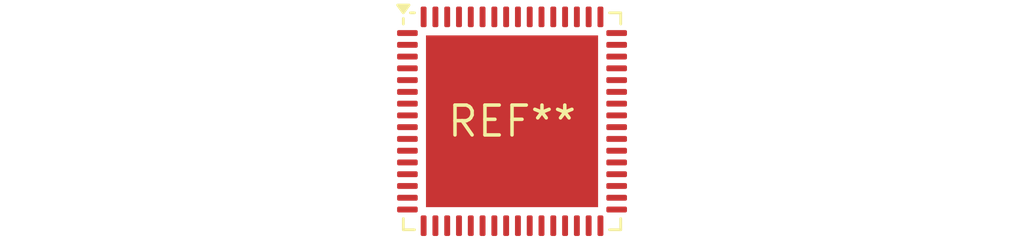
<source format=kicad_pcb>
(kicad_pcb (version 20240108) (generator pcbnew)
  (layers (0 "F.Cu" signal) (31 "B.Cu" signal) (34 "B.Paste" user) (35 "F.Paste" user) (36 "B.SilkS" user "B.Silkscreen") (37 "F.SilkS" user "F.Silkscreen") (38 "B.Mask" user) (39 "F.Mask" user) (44 "Edge.Cuts" user))
  (net 0 "")
  (footprint "QFN-64-1EP_9x9mm_P0.5mm_EP7.3x7.3mm" (layer "F.Cu") (at 0 0)
    (property "Reference" "REF**")
    (property "Value" "QFN-64-1EP_9x9mm_P0.5mm_EP7.3x7.3mm")
    (fp_line (start -4.61 -4.135) (end -4.61 -4.37) (layer "F.SilkS") (stroke (width 0.12)))
    (fp_line (start -4.61 4.61) (end -4.61 4.135) (layer "F.SilkS") (stroke (width 0.12)))
    (fp_line (start -4.135 -4.61) (end -4.31 -4.61) (layer "F.SilkS") (stroke (width 0.12)))
    (fp_line (start -4.135 4.61) (end -4.61 4.61) (layer "F.SilkS") (stroke (width 0.12)))
    (fp_line (start 4.135 -4.61) (end 4.61 -4.61) (layer "F.SilkS") (stroke (width 0.12)))
    (fp_line (start 4.135 4.61) (end 4.61 4.61) (layer "F.SilkS") (stroke (width 0.12)))
    (fp_line (start 4.61 -4.61) (end 4.61 -4.135) (layer "F.SilkS") (stroke (width 0.12)))
    (fp_line (start 4.61 4.61) (end 4.61 4.135) (layer "F.SilkS") (stroke (width 0.12)))
    (fp_poly (pts (xy -4.61 -4.61) (xy -4.85 -4.94) (xy -4.37 -4.94) (xy -4.61 -4.61)) (layer "F.SilkS") (stroke (width 0.12)) (fill solid))
    (pad "1" smd roundrect (at -4.4375 -3.75) (size 0.875 0.25) (layers "F.Cu" "F.Paste" "F.Mask"))
    (pad "2" smd roundrect (at -4.4375 -3.25) (size 0.875 0.25) (layers "F.Cu" "F.Paste" "F.Mask"))
    (pad "3" smd roundrect (at -4.4375 -2.75) (size 0.875 0.25) (layers "F.Cu" "F.Paste" "F.Mask"))
    (pad "4" smd roundrect (at -4.4375 -2.25) (size 0.875 0.25) (layers "F.Cu" "F.Paste" "F.Mask"))
    (pad "5" smd roundrect (at -4.4375 -1.75) (size 0.875 0.25) (layers "F.Cu" "F.Paste" "F.Mask"))
    (pad "6" smd roundrect (at -4.4375 -1.25) (size 0.875 0.25) (layers "F.Cu" "F.Paste" "F.Mask"))
    (pad "7" smd roundrect (at -4.4375 -0.75) (size 0.875 0.25) (layers "F.Cu" "F.Paste" "F.Mask"))
    (pad "8" smd roundrect (at -4.4375 -0.25) (size 0.875 0.25) (layers "F.Cu" "F.Paste" "F.Mask"))
    (pad "9" smd roundrect (at -4.4375 0.25) (size 0.875 0.25) (layers "F.Cu" "F.Paste" "F.Mask"))
    (pad "10" smd roundrect (at -4.4375 0.75) (size 0.875 0.25) (layers "F.Cu" "F.Paste" "F.Mask"))
    (pad "11" smd roundrect (at -4.4375 1.25) (size 0.875 0.25) (layers "F.Cu" "F.Paste" "F.Mask"))
    (pad "12" smd roundrect (at -4.4375 1.75) (size 0.875 0.25) (layers "F.Cu" "F.Paste" "F.Mask"))
    (pad "13" smd roundrect (at -4.4375 2.25) (size 0.875 0.25) (layers "F.Cu" "F.Paste" "F.Mask"))
    (pad "14" smd roundrect (at -4.4375 2.75) (size 0.875 0.25) (layers "F.Cu" "F.Paste" "F.Mask"))
    (pad "15" smd roundrect (at -4.4375 3.25) (size 0.875 0.25) (layers "F.Cu" "F.Paste" "F.Mask"))
    (pad "16" smd roundrect (at -4.4375 3.75) (size 0.875 0.25) (layers "F.Cu" "F.Paste" "F.Mask"))
    (pad "17" smd roundrect (at -3.75 4.4375) (size 0.25 0.875) (layers "F.Cu" "F.Paste" "F.Mask"))
    (pad "18" smd roundrect (at -3.25 4.4375) (size 0.25 0.875) (layers "F.Cu" "F.Paste" "F.Mask"))
    (pad "19" smd roundrect (at -2.75 4.4375) (size 0.25 0.875) (layers "F.Cu" "F.Paste" "F.Mask"))
    (pad "20" smd roundrect (at -2.25 4.4375) (size 0.25 0.875) (layers "F.Cu" "F.Paste" "F.Mask"))
    (pad "21" smd roundrect (at -1.75 4.4375) (size 0.25 0.875) (layers "F.Cu" "F.Paste" "F.Mask"))
    (pad "22" smd roundrect (at -1.25 4.4375) (size 0.25 0.875) (layers "F.Cu" "F.Paste" "F.Mask"))
    (pad "23" smd roundrect (at -0.75 4.4375) (size 0.25 0.875) (layers "F.Cu" "F.Paste" "F.Mask"))
    (pad "24" smd roundrect (at -0.25 4.4375) (size 0.25 0.875) (layers "F.Cu" "F.Paste" "F.Mask"))
    (pad "25" smd roundrect (at 0.25 4.4375) (size 0.25 0.875) (layers "F.Cu" "F.Paste" "F.Mask"))
    (pad "26" smd roundrect (at 0.75 4.4375) (size 0.25 0.875) (layers "F.Cu" "F.Paste" "F.Mask"))
    (pad "27" smd roundrect (at 1.25 4.4375) (size 0.25 0.875) (layers "F.Cu" "F.Paste" "F.Mask"))
    (pad "28" smd roundrect (at 1.75 4.4375) (size 0.25 0.875) (layers "F.Cu" "F.Paste" "F.Mask"))
    (pad "29" smd roundrect (at 2.25 4.4375) (size 0.25 0.875) (layers "F.Cu" "F.Paste" "F.Mask"))
    (pad "30" smd roundrect (at 2.75 4.4375) (size 0.25 0.875) (layers "F.Cu" "F.Paste" "F.Mask"))
    (pad "31" smd roundrect (at 3.25 4.4375) (size 0.25 0.875) (layers "F.Cu" "F.Paste" "F.Mask"))
    (pad "32" smd roundrect (at 3.75 4.4375) (size 0.25 0.875) (layers "F.Cu" "F.Paste" "F.Mask"))
    (pad "33" smd roundrect (at 4.4375 3.75) (size 0.875 0.25) (layers "F.Cu" "F.Paste" "F.Mask"))
    (pad "34" smd roundrect (at 4.4375 3.25) (size 0.875 0.25) (layers "F.Cu" "F.Paste" "F.Mask"))
    (pad "35" smd roundrect (at 4.4375 2.75) (size 0.875 0.25) (layers "F.Cu" "F.Paste" "F.Mask"))
    (pad "36" smd roundrect (at 4.4375 2.25) (size 0.875 0.25) (layers "F.Cu" "F.Paste" "F.Mask"))
    (pad "37" smd roundrect (at 4.4375 1.75) (size 0.875 0.25) (layers "F.Cu" "F.Paste" "F.Mask"))
    (pad "38" smd roundrect (at 4.4375 1.25) (size 0.875 0.25) (layers "F.Cu" "F.Paste" "F.Mask"))
    (pad "39" smd roundrect (at 4.4375 0.75) (size 0.875 0.25) (layers "F.Cu" "F.Paste" "F.Mask"))
    (pad "40" smd roundrect (at 4.4375 0.25) (size 0.875 0.25) (layers "F.Cu" "F.Paste" "F.Mask"))
    (pad "41" smd roundrect (at 4.4375 -0.25) (size 0.875 0.25) (layers "F.Cu" "F.Paste" "F.Mask"))
    (pad "42" smd roundrect (at 4.4375 -0.75) (size 0.875 0.25) (layers "F.Cu" "F.Paste" "F.Mask"))
    (pad "43" smd roundrect (at 4.4375 -1.25) (size 0.875 0.25) (layers "F.Cu" "F.Paste" "F.Mask"))
    (pad "44" smd roundrect (at 4.4375 -1.75) (size 0.875 0.25) (layers "F.Cu" "F.Paste" "F.Mask"))
    (pad "45" smd roundrect (at 4.4375 -2.25) (size 0.875 0.25) (layers "F.Cu" "F.Paste" "F.Mask"))
    (pad "46" smd roundrect (at 4.4375 -2.75) (size 0.875 0.25) (layers "F.Cu" "F.Paste" "F.Mask"))
    (pad "47" smd roundrect (at 4.4375 -3.25) (size 0.875 0.25) (layers "F.Cu" "F.Paste" "F.Mask"))
    (pad "48" smd roundrect (at 4.4375 -3.75) (size 0.875 0.25) (layers "F.Cu" "F.Paste" "F.Mask"))
    (pad "49" smd roundrect (at 3.75 -4.4375) (size 0.25 0.875) (layers "F.Cu" "F.Paste" "F.Mask"))
    (pad "50" smd roundrect (at 3.25 -4.4375) (size 0.25 0.875) (layers "F.Cu" "F.Paste" "F.Mask"))
    (pad "51" smd roundrect (at 2.75 -4.4375) (size 0.25 0.875) (layers "F.Cu" "F.Paste" "F.Mask"))
    (pad "52" smd roundrect (at 2.25 -4.4375) (size 0.25 0.875) (layers "F.Cu" "F.Paste" "F.Mask"))
    (pad "53" smd roundrect (at 1.75 -4.4375) (size 0.25 0.875) (layers "F.Cu" "F.Paste" "F.Mask"))
    (pad "54" smd roundrect (at 1.25 -4.4375) (size 0.25 0.875) (layers "F.Cu" "F.Paste" "F.Mask"))
    (pad "55" smd roundrect (at 0.75 -4.4375) (size 0.25 0.875) (layers "F.Cu" "F.Paste" "F.Mask"))
    (pad "56" smd roundrect (at 0.25 -4.4375) (size 0.25 0.875) (layers "F.Cu" "F.Paste" "F.Mask"))
    (pad "57" smd roundrect (at -0.25 -4.4375) (size 0.25 0.875) (layers "F.Cu" "F.Paste" "F.Mask"))
    (pad "58" smd roundrect (at -0.75 -4.4375) (size 0.25 0.875) (layers "F.Cu" "F.Paste" "F.Mask"))
    (pad "59" smd roundrect (at -1.25 -4.4375) (size 0.25 0.875) (layers "F.Cu" "F.Paste" "F.Mask"))
    (pad "60" smd roundrect (at -1.75 -4.4375) (size 0.25 0.875) (layers "F.Cu" "F.Paste" "F.Mask"))
    (pad "61" smd roundrect (at -2.25 -4.4375) (size 0.25 0.875) (layers "F.Cu" "F.Paste" "F.Mask"))
    (pad "62" smd roundrect (at -2.75 -4.4375) (size 0.25 0.875) (layers "F.Cu" "F.Paste" "F.Mask"))
    (pad "63" smd roundrect (at -3.25 -4.4375) (size 0.25 0.875) (layers "F.Cu" "F.Paste" "F.Mask"))
    (pad "64" smd roundrect (at -3.75 -4.4375) (size 0.25 0.875) (layers "F.Cu" "F.Paste" "F.Mask"))
    (pad "65" smd rect (at 0 0) (size 7.3 7.3) (property pad_prop_heatsink) (layers "F.Cu" "F.Mask"))
  )
)
</source>
